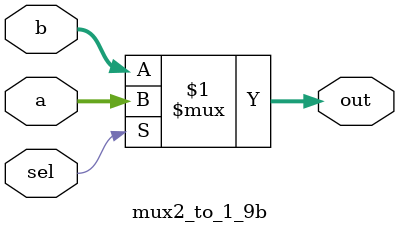
<source format=v>
module mux2_to_1_9b(
  input [8:0] a,
  input [8:0] b,
  input sel,
  output [8:0] out);

  assign out = sel ? a : b;

endmodule
</source>
